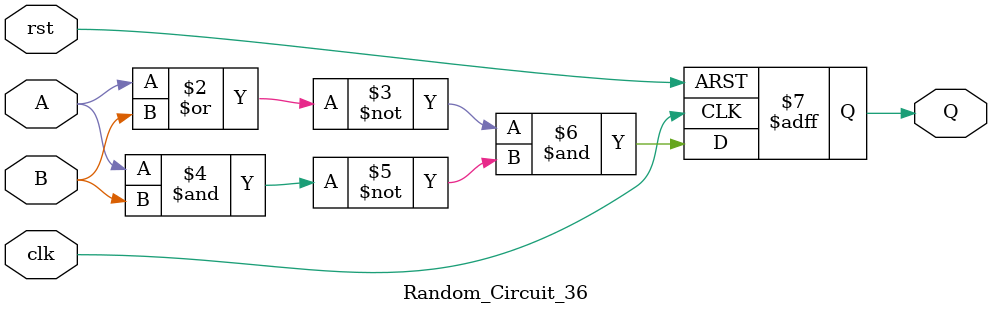
<source format=v>
module Random_Circuit_36 (
    input A, B, clk, rst,
    output reg Q
);
    always @(posedge clk or posedge rst) begin
        if (rst)
            Q <= 0;
        else
            Q <= ~(A | B) & ~(A & B);  // NOR, NAND logic
    end
endmodule


</source>
